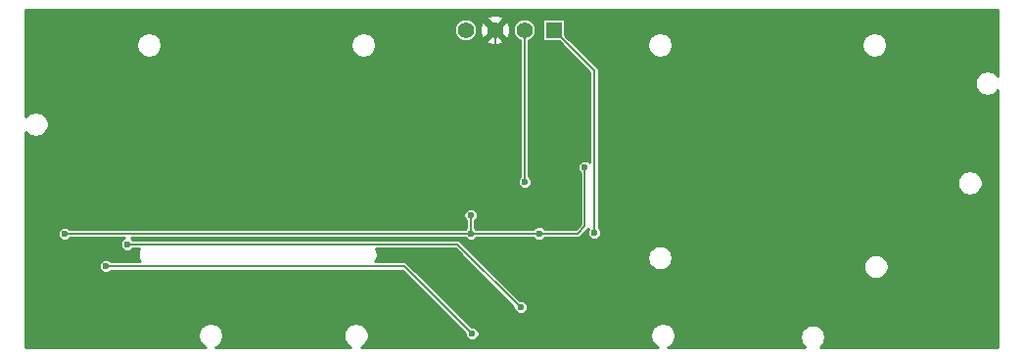
<source format=gbl>
G04 (created by PCBNEW (22-Jun-2014 BZR 4027)-stable) date Thu 28 Jun 2018 06:15:12 PM CST*
%MOIN*%
G04 Gerber Fmt 3.4, Leading zero omitted, Abs format*
%FSLAX34Y34*%
G01*
G70*
G90*
G04 APERTURE LIST*
%ADD10C,0.00393701*%
%ADD11R,0.055X0.055*%
%ADD12C,0.055*%
%ADD13C,0.023622*%
%ADD14C,0.00708661*%
%ADD15C,0.01*%
G04 APERTURE END LIST*
G54D10*
G54D11*
X132480Y-93234D03*
G54D12*
X131480Y-93234D03*
X130480Y-93234D03*
X129480Y-93234D03*
G54D13*
X133546Y-97926D03*
X129652Y-99546D03*
X115834Y-100174D03*
X129652Y-100176D03*
X131980Y-100168D03*
X129710Y-103594D03*
X117234Y-101282D03*
X115862Y-103694D03*
X114932Y-100576D03*
X127742Y-103694D03*
X134280Y-103690D03*
X146272Y-103694D03*
X146290Y-101248D03*
X144034Y-96926D03*
X144026Y-100788D03*
X144030Y-94110D03*
X121876Y-96204D03*
X125364Y-96212D03*
X130516Y-96210D03*
X133860Y-100156D03*
X131488Y-98408D03*
X131352Y-102689D03*
X117976Y-100534D03*
G54D14*
X131980Y-100168D02*
X133294Y-100168D01*
X133546Y-99916D02*
X133546Y-97926D01*
X133294Y-100168D02*
X133546Y-99916D01*
X129652Y-99546D02*
X129652Y-100176D01*
X129660Y-100168D02*
X115840Y-100168D01*
X115840Y-100168D02*
X115834Y-100174D01*
X129660Y-100168D02*
X129660Y-100168D01*
X129660Y-100168D02*
X131980Y-100168D01*
X129652Y-100176D02*
X129660Y-100168D01*
X117234Y-101282D02*
X127398Y-101282D01*
X127398Y-101282D02*
X129710Y-103594D01*
X114932Y-100576D02*
X114932Y-102764D01*
X114932Y-102764D02*
X115862Y-103694D01*
X134280Y-103690D02*
X133986Y-103984D01*
X128032Y-103984D02*
X133986Y-103984D01*
X128032Y-103984D02*
X127742Y-103694D01*
X146290Y-101248D02*
X146290Y-103676D01*
X146290Y-103676D02*
X146272Y-103694D01*
X144034Y-96926D02*
X144030Y-96926D01*
X144030Y-96926D02*
X144034Y-96926D01*
X144034Y-96926D02*
X144030Y-96926D01*
X144030Y-94110D02*
X144030Y-96926D01*
X144030Y-96926D02*
X144030Y-100784D01*
X144030Y-100784D02*
X144026Y-100788D01*
X125364Y-96212D02*
X121884Y-96212D01*
X121884Y-96212D02*
X121876Y-96204D01*
X130516Y-96210D02*
X125366Y-96210D01*
X125366Y-96210D02*
X125364Y-96212D01*
X130480Y-96174D02*
X130480Y-93234D01*
X130516Y-96210D02*
X130480Y-96174D01*
X133870Y-94624D02*
X132480Y-93234D01*
X133870Y-100146D02*
X133870Y-94624D01*
X133860Y-100156D02*
X133870Y-100146D01*
X131480Y-98400D02*
X131480Y-93234D01*
X131488Y-98408D02*
X131480Y-98400D01*
X129196Y-100534D02*
X117976Y-100534D01*
X129196Y-100534D02*
X131352Y-102689D01*
G54D10*
G36*
X147609Y-104043D02*
X147080Y-104043D01*
X147080Y-98479D01*
X147080Y-98450D01*
X147080Y-98420D01*
X147080Y-98420D01*
X147080Y-98420D01*
X147080Y-98420D01*
X147058Y-98312D01*
X147058Y-98312D01*
X147036Y-98258D01*
X146974Y-98166D01*
X146933Y-98124D01*
X146932Y-98124D01*
X146842Y-98063D01*
X146841Y-98063D01*
X146787Y-98041D01*
X146679Y-98019D01*
X146620Y-98019D01*
X146620Y-98019D01*
X146512Y-98041D01*
X146512Y-98041D01*
X146458Y-98063D01*
X146366Y-98125D01*
X146324Y-98166D01*
X146324Y-98167D01*
X146263Y-98257D01*
X146263Y-98258D01*
X146241Y-98312D01*
X146219Y-98420D01*
X146219Y-98450D01*
X146219Y-98479D01*
X146241Y-98587D01*
X146263Y-98641D01*
X146263Y-98642D01*
X146324Y-98732D01*
X146324Y-98733D01*
X146366Y-98774D01*
X146458Y-98836D01*
X146512Y-98858D01*
X146512Y-98858D01*
X146620Y-98880D01*
X146620Y-98880D01*
X146679Y-98880D01*
X146787Y-98858D01*
X146841Y-98836D01*
X146842Y-98836D01*
X146932Y-98775D01*
X146933Y-98775D01*
X146974Y-98733D01*
X147036Y-98641D01*
X147058Y-98587D01*
X147058Y-98587D01*
X147080Y-98479D01*
X147080Y-98479D01*
X147080Y-98479D01*
X147080Y-98479D01*
X147080Y-104043D01*
X143880Y-104043D01*
X143880Y-101329D01*
X143880Y-101300D01*
X143880Y-101270D01*
X143880Y-101270D01*
X143880Y-101270D01*
X143880Y-101270D01*
X143858Y-101162D01*
X143858Y-101162D01*
X143836Y-101108D01*
X143830Y-101098D01*
X143830Y-93779D01*
X143830Y-93750D01*
X143830Y-93720D01*
X143830Y-93720D01*
X143830Y-93720D01*
X143830Y-93720D01*
X143808Y-93612D01*
X143808Y-93612D01*
X143786Y-93558D01*
X143724Y-93466D01*
X143683Y-93424D01*
X143682Y-93424D01*
X143592Y-93363D01*
X143591Y-93363D01*
X143537Y-93341D01*
X143429Y-93319D01*
X143370Y-93319D01*
X143370Y-93319D01*
X143262Y-93341D01*
X143262Y-93341D01*
X143208Y-93363D01*
X143116Y-93425D01*
X143074Y-93466D01*
X143074Y-93467D01*
X143013Y-93557D01*
X143013Y-93558D01*
X142991Y-93612D01*
X142969Y-93720D01*
X142969Y-93750D01*
X142969Y-93779D01*
X142991Y-93887D01*
X143013Y-93941D01*
X143013Y-93942D01*
X143074Y-94032D01*
X143074Y-94033D01*
X143116Y-94074D01*
X143208Y-94136D01*
X143262Y-94158D01*
X143262Y-94158D01*
X143370Y-94180D01*
X143370Y-94180D01*
X143429Y-94180D01*
X143537Y-94158D01*
X143591Y-94136D01*
X143592Y-94136D01*
X143682Y-94075D01*
X143683Y-94075D01*
X143724Y-94033D01*
X143786Y-93941D01*
X143808Y-93887D01*
X143808Y-93887D01*
X143830Y-93779D01*
X143830Y-93779D01*
X143830Y-93779D01*
X143830Y-93779D01*
X143830Y-101098D01*
X143774Y-101016D01*
X143733Y-100974D01*
X143732Y-100974D01*
X143642Y-100913D01*
X143641Y-100913D01*
X143587Y-100891D01*
X143479Y-100869D01*
X143420Y-100869D01*
X143420Y-100869D01*
X143312Y-100891D01*
X143312Y-100891D01*
X143258Y-100913D01*
X143166Y-100975D01*
X143124Y-101016D01*
X143124Y-101017D01*
X143063Y-101107D01*
X143063Y-101108D01*
X143041Y-101162D01*
X143019Y-101270D01*
X143019Y-101300D01*
X143019Y-101329D01*
X143041Y-101437D01*
X143063Y-101491D01*
X143063Y-101492D01*
X143124Y-101582D01*
X143124Y-101583D01*
X143166Y-101624D01*
X143258Y-101686D01*
X143312Y-101708D01*
X143312Y-101708D01*
X143420Y-101730D01*
X143420Y-101730D01*
X143479Y-101730D01*
X143587Y-101708D01*
X143641Y-101686D01*
X143642Y-101686D01*
X143732Y-101625D01*
X143733Y-101625D01*
X143774Y-101583D01*
X143836Y-101491D01*
X143858Y-101437D01*
X143858Y-101437D01*
X143880Y-101329D01*
X143880Y-101329D01*
X143880Y-101329D01*
X143880Y-101329D01*
X143880Y-104043D01*
X141555Y-104043D01*
X141582Y-104025D01*
X141583Y-104025D01*
X141624Y-103983D01*
X141686Y-103891D01*
X141708Y-103837D01*
X141708Y-103837D01*
X141730Y-103729D01*
X141730Y-103729D01*
X141730Y-103729D01*
X141730Y-103729D01*
X141730Y-103700D01*
X141730Y-103670D01*
X141730Y-103670D01*
X141730Y-103670D01*
X141730Y-103670D01*
X141708Y-103562D01*
X141708Y-103562D01*
X141686Y-103508D01*
X141624Y-103416D01*
X141583Y-103374D01*
X141582Y-103374D01*
X141492Y-103313D01*
X141491Y-103313D01*
X141437Y-103291D01*
X141329Y-103269D01*
X141270Y-103269D01*
X141270Y-103269D01*
X141162Y-103291D01*
X141162Y-103291D01*
X141108Y-103313D01*
X141016Y-103375D01*
X140974Y-103416D01*
X140974Y-103417D01*
X140913Y-103507D01*
X140913Y-103508D01*
X140891Y-103562D01*
X140869Y-103670D01*
X140869Y-103700D01*
X140869Y-103729D01*
X140891Y-103837D01*
X140913Y-103891D01*
X140913Y-103892D01*
X140974Y-103982D01*
X140974Y-103983D01*
X141016Y-104024D01*
X141044Y-104043D01*
X136374Y-104043D01*
X136391Y-104036D01*
X136392Y-104036D01*
X136482Y-103975D01*
X136483Y-103975D01*
X136524Y-103933D01*
X136586Y-103841D01*
X136608Y-103787D01*
X136608Y-103787D01*
X136630Y-103679D01*
X136630Y-103679D01*
X136630Y-103679D01*
X136630Y-103679D01*
X136630Y-103650D01*
X136630Y-103620D01*
X136630Y-103620D01*
X136630Y-103620D01*
X136630Y-103620D01*
X136608Y-103512D01*
X136608Y-103512D01*
X136586Y-103458D01*
X136530Y-103374D01*
X136530Y-101029D01*
X136530Y-101000D01*
X136530Y-100970D01*
X136530Y-93779D01*
X136530Y-93750D01*
X136530Y-93720D01*
X136530Y-93720D01*
X136530Y-93720D01*
X136530Y-93720D01*
X136508Y-93612D01*
X136508Y-93612D01*
X136486Y-93558D01*
X136424Y-93466D01*
X136383Y-93424D01*
X136382Y-93424D01*
X136292Y-93363D01*
X136291Y-93363D01*
X136237Y-93341D01*
X136129Y-93319D01*
X136070Y-93319D01*
X136070Y-93319D01*
X135962Y-93341D01*
X135962Y-93341D01*
X135908Y-93363D01*
X135816Y-93425D01*
X135774Y-93466D01*
X135774Y-93467D01*
X135713Y-93557D01*
X135713Y-93558D01*
X135691Y-93612D01*
X135669Y-93720D01*
X135669Y-93750D01*
X135669Y-93779D01*
X135691Y-93887D01*
X135713Y-93941D01*
X135713Y-93942D01*
X135774Y-94032D01*
X135774Y-94033D01*
X135816Y-94074D01*
X135908Y-94136D01*
X135962Y-94158D01*
X135962Y-94158D01*
X136070Y-94180D01*
X136070Y-94180D01*
X136129Y-94180D01*
X136237Y-94158D01*
X136291Y-94136D01*
X136292Y-94136D01*
X136382Y-94075D01*
X136383Y-94075D01*
X136424Y-94033D01*
X136486Y-93941D01*
X136508Y-93887D01*
X136508Y-93887D01*
X136530Y-93779D01*
X136530Y-93779D01*
X136530Y-93779D01*
X136530Y-93779D01*
X136530Y-100970D01*
X136530Y-100970D01*
X136530Y-100970D01*
X136530Y-100970D01*
X136508Y-100862D01*
X136508Y-100862D01*
X136486Y-100808D01*
X136424Y-100716D01*
X136383Y-100674D01*
X136382Y-100674D01*
X136292Y-100613D01*
X136291Y-100613D01*
X136237Y-100591D01*
X136129Y-100569D01*
X136070Y-100569D01*
X136070Y-100569D01*
X135962Y-100591D01*
X135962Y-100591D01*
X135908Y-100613D01*
X135816Y-100675D01*
X135774Y-100716D01*
X135774Y-100717D01*
X135713Y-100807D01*
X135713Y-100808D01*
X135691Y-100862D01*
X135669Y-100970D01*
X135669Y-101000D01*
X135669Y-101029D01*
X135691Y-101137D01*
X135713Y-101191D01*
X135713Y-101192D01*
X135774Y-101282D01*
X135774Y-101283D01*
X135816Y-101324D01*
X135908Y-101386D01*
X135962Y-101408D01*
X135962Y-101408D01*
X136070Y-101430D01*
X136070Y-101430D01*
X136129Y-101430D01*
X136237Y-101408D01*
X136291Y-101386D01*
X136292Y-101386D01*
X136382Y-101325D01*
X136383Y-101325D01*
X136424Y-101283D01*
X136486Y-101191D01*
X136508Y-101137D01*
X136508Y-101137D01*
X136530Y-101029D01*
X136530Y-101029D01*
X136530Y-101029D01*
X136530Y-101029D01*
X136530Y-103374D01*
X136524Y-103366D01*
X136483Y-103324D01*
X136482Y-103324D01*
X136392Y-103263D01*
X136391Y-103263D01*
X136337Y-103241D01*
X136229Y-103219D01*
X136170Y-103219D01*
X136170Y-103219D01*
X136062Y-103241D01*
X136062Y-103241D01*
X136008Y-103263D01*
X135916Y-103325D01*
X135874Y-103366D01*
X135874Y-103367D01*
X135813Y-103457D01*
X135813Y-103458D01*
X135791Y-103512D01*
X135769Y-103620D01*
X135769Y-103650D01*
X135769Y-103679D01*
X135791Y-103787D01*
X135813Y-103841D01*
X135813Y-103842D01*
X135874Y-103932D01*
X135874Y-103933D01*
X135916Y-103974D01*
X136008Y-104036D01*
X136025Y-104043D01*
X134099Y-104043D01*
X134099Y-100108D01*
X134062Y-100020D01*
X134026Y-99984D01*
X134026Y-94624D01*
X134016Y-94574D01*
X134014Y-94564D01*
X134014Y-94564D01*
X133980Y-94513D01*
X133980Y-94513D01*
X132875Y-93408D01*
X132875Y-92935D01*
X132857Y-92890D01*
X132823Y-92856D01*
X132779Y-92838D01*
X132731Y-92838D01*
X132181Y-92838D01*
X132136Y-92856D01*
X132102Y-92890D01*
X132084Y-92934D01*
X132084Y-92982D01*
X132084Y-93532D01*
X132102Y-93577D01*
X132136Y-93611D01*
X132180Y-93629D01*
X132228Y-93629D01*
X132654Y-93629D01*
X133713Y-94688D01*
X133713Y-97755D01*
X133681Y-97723D01*
X133593Y-97687D01*
X133498Y-97686D01*
X133410Y-97723D01*
X133343Y-97790D01*
X133307Y-97878D01*
X133306Y-97973D01*
X133343Y-98061D01*
X133389Y-98107D01*
X133389Y-99851D01*
X133229Y-100011D01*
X132161Y-100011D01*
X132115Y-99965D01*
X132027Y-99929D01*
X131932Y-99928D01*
X131875Y-99952D01*
X131875Y-93155D01*
X131815Y-93010D01*
X131704Y-92898D01*
X131559Y-92838D01*
X131401Y-92838D01*
X131256Y-92898D01*
X131144Y-93009D01*
X131084Y-93154D01*
X131084Y-93312D01*
X131144Y-93457D01*
X131255Y-93569D01*
X131323Y-93597D01*
X131323Y-98234D01*
X131285Y-98272D01*
X131249Y-98360D01*
X131248Y-98455D01*
X131285Y-98543D01*
X131352Y-98610D01*
X131440Y-98646D01*
X131535Y-98647D01*
X131623Y-98610D01*
X131690Y-98543D01*
X131726Y-98455D01*
X131727Y-98360D01*
X131690Y-98272D01*
X131636Y-98218D01*
X131636Y-93597D01*
X131703Y-93569D01*
X131815Y-93458D01*
X131875Y-93313D01*
X131875Y-93155D01*
X131875Y-99952D01*
X131844Y-99965D01*
X131798Y-100011D01*
X131009Y-100011D01*
X131009Y-93309D01*
X130998Y-93101D01*
X130940Y-92961D01*
X130847Y-92936D01*
X130777Y-93007D01*
X130777Y-92866D01*
X130752Y-92773D01*
X130555Y-92704D01*
X130347Y-92715D01*
X130207Y-92773D01*
X130182Y-92866D01*
X130480Y-93163D01*
X130777Y-92866D01*
X130777Y-93007D01*
X130550Y-93234D01*
X130847Y-93531D01*
X130940Y-93506D01*
X131009Y-93309D01*
X131009Y-100011D01*
X130777Y-100011D01*
X130777Y-93601D01*
X130480Y-93304D01*
X130409Y-93375D01*
X130409Y-93234D01*
X130112Y-92936D01*
X130019Y-92961D01*
X129950Y-93158D01*
X129961Y-93366D01*
X130019Y-93506D01*
X130112Y-93531D01*
X130409Y-93234D01*
X130409Y-93375D01*
X130182Y-93601D01*
X130207Y-93694D01*
X130404Y-93763D01*
X130612Y-93752D01*
X130752Y-93694D01*
X130777Y-93601D01*
X130777Y-100011D01*
X129825Y-100011D01*
X129808Y-99994D01*
X129808Y-99727D01*
X129854Y-99681D01*
X129890Y-99593D01*
X129891Y-99498D01*
X129875Y-99462D01*
X129875Y-93155D01*
X129815Y-93010D01*
X129704Y-92898D01*
X129559Y-92838D01*
X129401Y-92838D01*
X129256Y-92898D01*
X129144Y-93009D01*
X129084Y-93154D01*
X129084Y-93312D01*
X129144Y-93457D01*
X129255Y-93569D01*
X129400Y-93629D01*
X129558Y-93629D01*
X129703Y-93569D01*
X129815Y-93458D01*
X129875Y-93313D01*
X129875Y-93155D01*
X129875Y-99462D01*
X129854Y-99410D01*
X129787Y-99343D01*
X129699Y-99307D01*
X129604Y-99306D01*
X129516Y-99343D01*
X129449Y-99410D01*
X129413Y-99498D01*
X129412Y-99593D01*
X129449Y-99681D01*
X129495Y-99727D01*
X129495Y-99994D01*
X129478Y-100011D01*
X126430Y-100011D01*
X126430Y-93779D01*
X126430Y-93750D01*
X126430Y-93720D01*
X126430Y-93720D01*
X126430Y-93720D01*
X126430Y-93720D01*
X126408Y-93612D01*
X126408Y-93612D01*
X126386Y-93558D01*
X126324Y-93466D01*
X126283Y-93424D01*
X126282Y-93424D01*
X126192Y-93363D01*
X126191Y-93363D01*
X126137Y-93341D01*
X126029Y-93319D01*
X125970Y-93319D01*
X125970Y-93319D01*
X125862Y-93341D01*
X125862Y-93341D01*
X125808Y-93363D01*
X125716Y-93425D01*
X125674Y-93466D01*
X125674Y-93467D01*
X125613Y-93557D01*
X125613Y-93558D01*
X125591Y-93612D01*
X125569Y-93720D01*
X125569Y-93750D01*
X125569Y-93779D01*
X125591Y-93887D01*
X125613Y-93941D01*
X125613Y-93942D01*
X125674Y-94032D01*
X125674Y-94033D01*
X125716Y-94074D01*
X125808Y-94136D01*
X125862Y-94158D01*
X125862Y-94158D01*
X125970Y-94180D01*
X125970Y-94180D01*
X126029Y-94180D01*
X126137Y-94158D01*
X126191Y-94136D01*
X126192Y-94136D01*
X126282Y-94075D01*
X126283Y-94075D01*
X126324Y-94033D01*
X126386Y-93941D01*
X126408Y-93887D01*
X126408Y-93887D01*
X126430Y-93779D01*
X126430Y-93779D01*
X126430Y-93779D01*
X126430Y-93779D01*
X126430Y-100011D01*
X119130Y-100011D01*
X119130Y-93779D01*
X119130Y-93750D01*
X119130Y-93720D01*
X119130Y-93720D01*
X119130Y-93720D01*
X119130Y-93720D01*
X119108Y-93612D01*
X119108Y-93612D01*
X119086Y-93558D01*
X119024Y-93466D01*
X118983Y-93424D01*
X118982Y-93424D01*
X118892Y-93363D01*
X118891Y-93363D01*
X118837Y-93341D01*
X118729Y-93319D01*
X118670Y-93319D01*
X118670Y-93319D01*
X118562Y-93341D01*
X118562Y-93341D01*
X118508Y-93363D01*
X118416Y-93425D01*
X118374Y-93466D01*
X118374Y-93467D01*
X118313Y-93557D01*
X118313Y-93558D01*
X118291Y-93612D01*
X118269Y-93720D01*
X118269Y-93750D01*
X118269Y-93779D01*
X118291Y-93887D01*
X118313Y-93941D01*
X118313Y-93942D01*
X118374Y-94032D01*
X118374Y-94033D01*
X118416Y-94074D01*
X118508Y-94136D01*
X118562Y-94158D01*
X118562Y-94158D01*
X118670Y-94180D01*
X118670Y-94180D01*
X118729Y-94180D01*
X118837Y-94158D01*
X118891Y-94136D01*
X118892Y-94136D01*
X118982Y-94075D01*
X118983Y-94075D01*
X119024Y-94033D01*
X119086Y-93941D01*
X119108Y-93887D01*
X119108Y-93887D01*
X119130Y-93779D01*
X119130Y-93779D01*
X119130Y-93779D01*
X119130Y-93779D01*
X119130Y-100011D01*
X116009Y-100011D01*
X115969Y-99971D01*
X115881Y-99935D01*
X115786Y-99934D01*
X115698Y-99971D01*
X115631Y-100038D01*
X115595Y-100126D01*
X115594Y-100221D01*
X115631Y-100309D01*
X115698Y-100376D01*
X115786Y-100412D01*
X115881Y-100413D01*
X115969Y-100376D01*
X116021Y-100324D01*
X117857Y-100324D01*
X117840Y-100331D01*
X117773Y-100398D01*
X117737Y-100486D01*
X117736Y-100581D01*
X117773Y-100669D01*
X117840Y-100736D01*
X117928Y-100772D01*
X118023Y-100773D01*
X118111Y-100736D01*
X118157Y-100690D01*
X118375Y-100690D01*
X118363Y-100707D01*
X118363Y-100708D01*
X118341Y-100762D01*
X118319Y-100870D01*
X118319Y-100900D01*
X118319Y-100929D01*
X118341Y-101037D01*
X118363Y-101091D01*
X118363Y-101092D01*
X118386Y-101125D01*
X117415Y-101125D01*
X117369Y-101079D01*
X117281Y-101043D01*
X117186Y-101042D01*
X117098Y-101079D01*
X117031Y-101146D01*
X116995Y-101234D01*
X116994Y-101329D01*
X117031Y-101417D01*
X117098Y-101484D01*
X117186Y-101520D01*
X117281Y-101521D01*
X117369Y-101484D01*
X117415Y-101438D01*
X127333Y-101438D01*
X129471Y-103576D01*
X129470Y-103641D01*
X129507Y-103729D01*
X129574Y-103796D01*
X129662Y-103832D01*
X129757Y-103833D01*
X129845Y-103796D01*
X129912Y-103729D01*
X129948Y-103641D01*
X129949Y-103546D01*
X129912Y-103458D01*
X129845Y-103391D01*
X129757Y-103355D01*
X129692Y-103355D01*
X127508Y-101171D01*
X127457Y-101137D01*
X127398Y-101125D01*
X126413Y-101125D01*
X126436Y-101091D01*
X126458Y-101037D01*
X126458Y-101037D01*
X126480Y-100929D01*
X126480Y-100929D01*
X126480Y-100929D01*
X126480Y-100929D01*
X126480Y-100900D01*
X126480Y-100870D01*
X126480Y-100870D01*
X126480Y-100870D01*
X126480Y-100870D01*
X126458Y-100762D01*
X126458Y-100762D01*
X126436Y-100708D01*
X126424Y-100690D01*
X129131Y-100690D01*
X131113Y-102671D01*
X131113Y-102737D01*
X131149Y-102825D01*
X131216Y-102892D01*
X131304Y-102928D01*
X131399Y-102928D01*
X131487Y-102892D01*
X131554Y-102825D01*
X131591Y-102737D01*
X131591Y-102642D01*
X131554Y-102554D01*
X131487Y-102487D01*
X131399Y-102450D01*
X131334Y-102450D01*
X129306Y-100423D01*
X129256Y-100389D01*
X129196Y-100377D01*
X118157Y-100377D01*
X118111Y-100331D01*
X118094Y-100324D01*
X129462Y-100324D01*
X129516Y-100378D01*
X129604Y-100414D01*
X129699Y-100415D01*
X129787Y-100378D01*
X129841Y-100324D01*
X131798Y-100324D01*
X131844Y-100370D01*
X131932Y-100406D01*
X132027Y-100407D01*
X132115Y-100370D01*
X132161Y-100324D01*
X133294Y-100324D01*
X133294Y-100324D01*
X133353Y-100312D01*
X133404Y-100278D01*
X133653Y-100029D01*
X133621Y-100108D01*
X133620Y-100203D01*
X133657Y-100291D01*
X133724Y-100358D01*
X133812Y-100394D01*
X133907Y-100395D01*
X133995Y-100358D01*
X134062Y-100291D01*
X134098Y-100203D01*
X134099Y-100108D01*
X134099Y-104043D01*
X125924Y-104043D01*
X125941Y-104036D01*
X125942Y-104036D01*
X126032Y-103975D01*
X126033Y-103975D01*
X126074Y-103933D01*
X126136Y-103841D01*
X126158Y-103787D01*
X126158Y-103787D01*
X126180Y-103679D01*
X126180Y-103679D01*
X126180Y-103679D01*
X126180Y-103679D01*
X126180Y-103650D01*
X126180Y-103620D01*
X126180Y-103620D01*
X126180Y-103620D01*
X126180Y-103620D01*
X126158Y-103512D01*
X126158Y-103512D01*
X126136Y-103458D01*
X126074Y-103366D01*
X126033Y-103324D01*
X126032Y-103324D01*
X125942Y-103263D01*
X125941Y-103263D01*
X125887Y-103241D01*
X125779Y-103219D01*
X125720Y-103219D01*
X125720Y-103219D01*
X125612Y-103241D01*
X125612Y-103241D01*
X125558Y-103263D01*
X125466Y-103325D01*
X125424Y-103366D01*
X125424Y-103367D01*
X125363Y-103457D01*
X125363Y-103458D01*
X125341Y-103512D01*
X125319Y-103620D01*
X125319Y-103650D01*
X125319Y-103679D01*
X125341Y-103787D01*
X125363Y-103841D01*
X125363Y-103842D01*
X125424Y-103932D01*
X125424Y-103933D01*
X125466Y-103974D01*
X125558Y-104036D01*
X125575Y-104043D01*
X120974Y-104043D01*
X120991Y-104036D01*
X120992Y-104036D01*
X121082Y-103975D01*
X121083Y-103975D01*
X121124Y-103933D01*
X121186Y-103841D01*
X121208Y-103787D01*
X121208Y-103787D01*
X121230Y-103679D01*
X121230Y-103679D01*
X121230Y-103679D01*
X121230Y-103679D01*
X121230Y-103650D01*
X121230Y-103620D01*
X121230Y-103620D01*
X121230Y-103620D01*
X121230Y-103620D01*
X121208Y-103512D01*
X121208Y-103512D01*
X121186Y-103458D01*
X121124Y-103366D01*
X121083Y-103324D01*
X121082Y-103324D01*
X120992Y-103263D01*
X120991Y-103263D01*
X120937Y-103241D01*
X120829Y-103219D01*
X120770Y-103219D01*
X120770Y-103219D01*
X120662Y-103241D01*
X120662Y-103241D01*
X120608Y-103263D01*
X120516Y-103325D01*
X120474Y-103366D01*
X120474Y-103367D01*
X120413Y-103457D01*
X120413Y-103458D01*
X120391Y-103512D01*
X120369Y-103620D01*
X120369Y-103650D01*
X120369Y-103679D01*
X120391Y-103787D01*
X120413Y-103841D01*
X120413Y-103842D01*
X120474Y-103932D01*
X120474Y-103933D01*
X120516Y-103974D01*
X120608Y-104036D01*
X120625Y-104043D01*
X114510Y-104043D01*
X114510Y-96711D01*
X114524Y-96732D01*
X114524Y-96733D01*
X114566Y-96774D01*
X114658Y-96836D01*
X114712Y-96858D01*
X114712Y-96858D01*
X114820Y-96880D01*
X114820Y-96880D01*
X114879Y-96880D01*
X114987Y-96858D01*
X115041Y-96836D01*
X115042Y-96836D01*
X115132Y-96775D01*
X115133Y-96775D01*
X115174Y-96733D01*
X115236Y-96641D01*
X115258Y-96587D01*
X115258Y-96587D01*
X115280Y-96479D01*
X115280Y-96479D01*
X115280Y-96479D01*
X115280Y-96479D01*
X115280Y-96450D01*
X115280Y-96420D01*
X115280Y-96420D01*
X115280Y-96420D01*
X115280Y-96420D01*
X115258Y-96312D01*
X115258Y-96312D01*
X115236Y-96258D01*
X115174Y-96166D01*
X115133Y-96124D01*
X115132Y-96124D01*
X115042Y-96063D01*
X115041Y-96063D01*
X114987Y-96041D01*
X114879Y-96019D01*
X114820Y-96019D01*
X114820Y-96019D01*
X114712Y-96041D01*
X114712Y-96041D01*
X114658Y-96063D01*
X114566Y-96125D01*
X114524Y-96166D01*
X114524Y-96167D01*
X114510Y-96188D01*
X114510Y-92544D01*
X147609Y-92544D01*
X147609Y-94818D01*
X147574Y-94766D01*
X147533Y-94724D01*
X147532Y-94724D01*
X147442Y-94663D01*
X147441Y-94663D01*
X147387Y-94641D01*
X147279Y-94619D01*
X147220Y-94619D01*
X147220Y-94619D01*
X147112Y-94641D01*
X147112Y-94641D01*
X147058Y-94663D01*
X146966Y-94725D01*
X146924Y-94766D01*
X146924Y-94767D01*
X146863Y-94857D01*
X146863Y-94858D01*
X146841Y-94912D01*
X146819Y-95020D01*
X146819Y-95050D01*
X146819Y-95079D01*
X146841Y-95187D01*
X146863Y-95241D01*
X146863Y-95242D01*
X146924Y-95332D01*
X146924Y-95333D01*
X146966Y-95374D01*
X147058Y-95436D01*
X147112Y-95458D01*
X147112Y-95458D01*
X147220Y-95480D01*
X147220Y-95480D01*
X147279Y-95480D01*
X147387Y-95458D01*
X147441Y-95436D01*
X147442Y-95436D01*
X147532Y-95375D01*
X147533Y-95375D01*
X147574Y-95333D01*
X147609Y-95281D01*
X147609Y-104043D01*
X147609Y-104043D01*
G37*
G54D15*
X147609Y-104043D02*
X147080Y-104043D01*
X147080Y-98479D01*
X147080Y-98450D01*
X147080Y-98420D01*
X147080Y-98420D01*
X147080Y-98420D01*
X147080Y-98420D01*
X147058Y-98312D01*
X147058Y-98312D01*
X147036Y-98258D01*
X146974Y-98166D01*
X146933Y-98124D01*
X146932Y-98124D01*
X146842Y-98063D01*
X146841Y-98063D01*
X146787Y-98041D01*
X146679Y-98019D01*
X146620Y-98019D01*
X146620Y-98019D01*
X146512Y-98041D01*
X146512Y-98041D01*
X146458Y-98063D01*
X146366Y-98125D01*
X146324Y-98166D01*
X146324Y-98167D01*
X146263Y-98257D01*
X146263Y-98258D01*
X146241Y-98312D01*
X146219Y-98420D01*
X146219Y-98450D01*
X146219Y-98479D01*
X146241Y-98587D01*
X146263Y-98641D01*
X146263Y-98642D01*
X146324Y-98732D01*
X146324Y-98733D01*
X146366Y-98774D01*
X146458Y-98836D01*
X146512Y-98858D01*
X146512Y-98858D01*
X146620Y-98880D01*
X146620Y-98880D01*
X146679Y-98880D01*
X146787Y-98858D01*
X146841Y-98836D01*
X146842Y-98836D01*
X146932Y-98775D01*
X146933Y-98775D01*
X146974Y-98733D01*
X147036Y-98641D01*
X147058Y-98587D01*
X147058Y-98587D01*
X147080Y-98479D01*
X147080Y-98479D01*
X147080Y-98479D01*
X147080Y-98479D01*
X147080Y-104043D01*
X143880Y-104043D01*
X143880Y-101329D01*
X143880Y-101300D01*
X143880Y-101270D01*
X143880Y-101270D01*
X143880Y-101270D01*
X143880Y-101270D01*
X143858Y-101162D01*
X143858Y-101162D01*
X143836Y-101108D01*
X143830Y-101098D01*
X143830Y-93779D01*
X143830Y-93750D01*
X143830Y-93720D01*
X143830Y-93720D01*
X143830Y-93720D01*
X143830Y-93720D01*
X143808Y-93612D01*
X143808Y-93612D01*
X143786Y-93558D01*
X143724Y-93466D01*
X143683Y-93424D01*
X143682Y-93424D01*
X143592Y-93363D01*
X143591Y-93363D01*
X143537Y-93341D01*
X143429Y-93319D01*
X143370Y-93319D01*
X143370Y-93319D01*
X143262Y-93341D01*
X143262Y-93341D01*
X143208Y-93363D01*
X143116Y-93425D01*
X143074Y-93466D01*
X143074Y-93467D01*
X143013Y-93557D01*
X143013Y-93558D01*
X142991Y-93612D01*
X142969Y-93720D01*
X142969Y-93750D01*
X142969Y-93779D01*
X142991Y-93887D01*
X143013Y-93941D01*
X143013Y-93942D01*
X143074Y-94032D01*
X143074Y-94033D01*
X143116Y-94074D01*
X143208Y-94136D01*
X143262Y-94158D01*
X143262Y-94158D01*
X143370Y-94180D01*
X143370Y-94180D01*
X143429Y-94180D01*
X143537Y-94158D01*
X143591Y-94136D01*
X143592Y-94136D01*
X143682Y-94075D01*
X143683Y-94075D01*
X143724Y-94033D01*
X143786Y-93941D01*
X143808Y-93887D01*
X143808Y-93887D01*
X143830Y-93779D01*
X143830Y-93779D01*
X143830Y-93779D01*
X143830Y-93779D01*
X143830Y-101098D01*
X143774Y-101016D01*
X143733Y-100974D01*
X143732Y-100974D01*
X143642Y-100913D01*
X143641Y-100913D01*
X143587Y-100891D01*
X143479Y-100869D01*
X143420Y-100869D01*
X143420Y-100869D01*
X143312Y-100891D01*
X143312Y-100891D01*
X143258Y-100913D01*
X143166Y-100975D01*
X143124Y-101016D01*
X143124Y-101017D01*
X143063Y-101107D01*
X143063Y-101108D01*
X143041Y-101162D01*
X143019Y-101270D01*
X143019Y-101300D01*
X143019Y-101329D01*
X143041Y-101437D01*
X143063Y-101491D01*
X143063Y-101492D01*
X143124Y-101582D01*
X143124Y-101583D01*
X143166Y-101624D01*
X143258Y-101686D01*
X143312Y-101708D01*
X143312Y-101708D01*
X143420Y-101730D01*
X143420Y-101730D01*
X143479Y-101730D01*
X143587Y-101708D01*
X143641Y-101686D01*
X143642Y-101686D01*
X143732Y-101625D01*
X143733Y-101625D01*
X143774Y-101583D01*
X143836Y-101491D01*
X143858Y-101437D01*
X143858Y-101437D01*
X143880Y-101329D01*
X143880Y-101329D01*
X143880Y-101329D01*
X143880Y-101329D01*
X143880Y-104043D01*
X141555Y-104043D01*
X141582Y-104025D01*
X141583Y-104025D01*
X141624Y-103983D01*
X141686Y-103891D01*
X141708Y-103837D01*
X141708Y-103837D01*
X141730Y-103729D01*
X141730Y-103729D01*
X141730Y-103729D01*
X141730Y-103729D01*
X141730Y-103700D01*
X141730Y-103670D01*
X141730Y-103670D01*
X141730Y-103670D01*
X141730Y-103670D01*
X141708Y-103562D01*
X141708Y-103562D01*
X141686Y-103508D01*
X141624Y-103416D01*
X141583Y-103374D01*
X141582Y-103374D01*
X141492Y-103313D01*
X141491Y-103313D01*
X141437Y-103291D01*
X141329Y-103269D01*
X141270Y-103269D01*
X141270Y-103269D01*
X141162Y-103291D01*
X141162Y-103291D01*
X141108Y-103313D01*
X141016Y-103375D01*
X140974Y-103416D01*
X140974Y-103417D01*
X140913Y-103507D01*
X140913Y-103508D01*
X140891Y-103562D01*
X140869Y-103670D01*
X140869Y-103700D01*
X140869Y-103729D01*
X140891Y-103837D01*
X140913Y-103891D01*
X140913Y-103892D01*
X140974Y-103982D01*
X140974Y-103983D01*
X141016Y-104024D01*
X141044Y-104043D01*
X136374Y-104043D01*
X136391Y-104036D01*
X136392Y-104036D01*
X136482Y-103975D01*
X136483Y-103975D01*
X136524Y-103933D01*
X136586Y-103841D01*
X136608Y-103787D01*
X136608Y-103787D01*
X136630Y-103679D01*
X136630Y-103679D01*
X136630Y-103679D01*
X136630Y-103679D01*
X136630Y-103650D01*
X136630Y-103620D01*
X136630Y-103620D01*
X136630Y-103620D01*
X136630Y-103620D01*
X136608Y-103512D01*
X136608Y-103512D01*
X136586Y-103458D01*
X136530Y-103374D01*
X136530Y-101029D01*
X136530Y-101000D01*
X136530Y-100970D01*
X136530Y-93779D01*
X136530Y-93750D01*
X136530Y-93720D01*
X136530Y-93720D01*
X136530Y-93720D01*
X136530Y-93720D01*
X136508Y-93612D01*
X136508Y-93612D01*
X136486Y-93558D01*
X136424Y-93466D01*
X136383Y-93424D01*
X136382Y-93424D01*
X136292Y-93363D01*
X136291Y-93363D01*
X136237Y-93341D01*
X136129Y-93319D01*
X136070Y-93319D01*
X136070Y-93319D01*
X135962Y-93341D01*
X135962Y-93341D01*
X135908Y-93363D01*
X135816Y-93425D01*
X135774Y-93466D01*
X135774Y-93467D01*
X135713Y-93557D01*
X135713Y-93558D01*
X135691Y-93612D01*
X135669Y-93720D01*
X135669Y-93750D01*
X135669Y-93779D01*
X135691Y-93887D01*
X135713Y-93941D01*
X135713Y-93942D01*
X135774Y-94032D01*
X135774Y-94033D01*
X135816Y-94074D01*
X135908Y-94136D01*
X135962Y-94158D01*
X135962Y-94158D01*
X136070Y-94180D01*
X136070Y-94180D01*
X136129Y-94180D01*
X136237Y-94158D01*
X136291Y-94136D01*
X136292Y-94136D01*
X136382Y-94075D01*
X136383Y-94075D01*
X136424Y-94033D01*
X136486Y-93941D01*
X136508Y-93887D01*
X136508Y-93887D01*
X136530Y-93779D01*
X136530Y-93779D01*
X136530Y-93779D01*
X136530Y-93779D01*
X136530Y-100970D01*
X136530Y-100970D01*
X136530Y-100970D01*
X136530Y-100970D01*
X136508Y-100862D01*
X136508Y-100862D01*
X136486Y-100808D01*
X136424Y-100716D01*
X136383Y-100674D01*
X136382Y-100674D01*
X136292Y-100613D01*
X136291Y-100613D01*
X136237Y-100591D01*
X136129Y-100569D01*
X136070Y-100569D01*
X136070Y-100569D01*
X135962Y-100591D01*
X135962Y-100591D01*
X135908Y-100613D01*
X135816Y-100675D01*
X135774Y-100716D01*
X135774Y-100717D01*
X135713Y-100807D01*
X135713Y-100808D01*
X135691Y-100862D01*
X135669Y-100970D01*
X135669Y-101000D01*
X135669Y-101029D01*
X135691Y-101137D01*
X135713Y-101191D01*
X135713Y-101192D01*
X135774Y-101282D01*
X135774Y-101283D01*
X135816Y-101324D01*
X135908Y-101386D01*
X135962Y-101408D01*
X135962Y-101408D01*
X136070Y-101430D01*
X136070Y-101430D01*
X136129Y-101430D01*
X136237Y-101408D01*
X136291Y-101386D01*
X136292Y-101386D01*
X136382Y-101325D01*
X136383Y-101325D01*
X136424Y-101283D01*
X136486Y-101191D01*
X136508Y-101137D01*
X136508Y-101137D01*
X136530Y-101029D01*
X136530Y-101029D01*
X136530Y-101029D01*
X136530Y-101029D01*
X136530Y-103374D01*
X136524Y-103366D01*
X136483Y-103324D01*
X136482Y-103324D01*
X136392Y-103263D01*
X136391Y-103263D01*
X136337Y-103241D01*
X136229Y-103219D01*
X136170Y-103219D01*
X136170Y-103219D01*
X136062Y-103241D01*
X136062Y-103241D01*
X136008Y-103263D01*
X135916Y-103325D01*
X135874Y-103366D01*
X135874Y-103367D01*
X135813Y-103457D01*
X135813Y-103458D01*
X135791Y-103512D01*
X135769Y-103620D01*
X135769Y-103650D01*
X135769Y-103679D01*
X135791Y-103787D01*
X135813Y-103841D01*
X135813Y-103842D01*
X135874Y-103932D01*
X135874Y-103933D01*
X135916Y-103974D01*
X136008Y-104036D01*
X136025Y-104043D01*
X134099Y-104043D01*
X134099Y-100108D01*
X134062Y-100020D01*
X134026Y-99984D01*
X134026Y-94624D01*
X134016Y-94574D01*
X134014Y-94564D01*
X134014Y-94564D01*
X133980Y-94513D01*
X133980Y-94513D01*
X132875Y-93408D01*
X132875Y-92935D01*
X132857Y-92890D01*
X132823Y-92856D01*
X132779Y-92838D01*
X132731Y-92838D01*
X132181Y-92838D01*
X132136Y-92856D01*
X132102Y-92890D01*
X132084Y-92934D01*
X132084Y-92982D01*
X132084Y-93532D01*
X132102Y-93577D01*
X132136Y-93611D01*
X132180Y-93629D01*
X132228Y-93629D01*
X132654Y-93629D01*
X133713Y-94688D01*
X133713Y-97755D01*
X133681Y-97723D01*
X133593Y-97687D01*
X133498Y-97686D01*
X133410Y-97723D01*
X133343Y-97790D01*
X133307Y-97878D01*
X133306Y-97973D01*
X133343Y-98061D01*
X133389Y-98107D01*
X133389Y-99851D01*
X133229Y-100011D01*
X132161Y-100011D01*
X132115Y-99965D01*
X132027Y-99929D01*
X131932Y-99928D01*
X131875Y-99952D01*
X131875Y-93155D01*
X131815Y-93010D01*
X131704Y-92898D01*
X131559Y-92838D01*
X131401Y-92838D01*
X131256Y-92898D01*
X131144Y-93009D01*
X131084Y-93154D01*
X131084Y-93312D01*
X131144Y-93457D01*
X131255Y-93569D01*
X131323Y-93597D01*
X131323Y-98234D01*
X131285Y-98272D01*
X131249Y-98360D01*
X131248Y-98455D01*
X131285Y-98543D01*
X131352Y-98610D01*
X131440Y-98646D01*
X131535Y-98647D01*
X131623Y-98610D01*
X131690Y-98543D01*
X131726Y-98455D01*
X131727Y-98360D01*
X131690Y-98272D01*
X131636Y-98218D01*
X131636Y-93597D01*
X131703Y-93569D01*
X131815Y-93458D01*
X131875Y-93313D01*
X131875Y-93155D01*
X131875Y-99952D01*
X131844Y-99965D01*
X131798Y-100011D01*
X131009Y-100011D01*
X131009Y-93309D01*
X130998Y-93101D01*
X130940Y-92961D01*
X130847Y-92936D01*
X130777Y-93007D01*
X130777Y-92866D01*
X130752Y-92773D01*
X130555Y-92704D01*
X130347Y-92715D01*
X130207Y-92773D01*
X130182Y-92866D01*
X130480Y-93163D01*
X130777Y-92866D01*
X130777Y-93007D01*
X130550Y-93234D01*
X130847Y-93531D01*
X130940Y-93506D01*
X131009Y-93309D01*
X131009Y-100011D01*
X130777Y-100011D01*
X130777Y-93601D01*
X130480Y-93304D01*
X130409Y-93375D01*
X130409Y-93234D01*
X130112Y-92936D01*
X130019Y-92961D01*
X129950Y-93158D01*
X129961Y-93366D01*
X130019Y-93506D01*
X130112Y-93531D01*
X130409Y-93234D01*
X130409Y-93375D01*
X130182Y-93601D01*
X130207Y-93694D01*
X130404Y-93763D01*
X130612Y-93752D01*
X130752Y-93694D01*
X130777Y-93601D01*
X130777Y-100011D01*
X129825Y-100011D01*
X129808Y-99994D01*
X129808Y-99727D01*
X129854Y-99681D01*
X129890Y-99593D01*
X129891Y-99498D01*
X129875Y-99462D01*
X129875Y-93155D01*
X129815Y-93010D01*
X129704Y-92898D01*
X129559Y-92838D01*
X129401Y-92838D01*
X129256Y-92898D01*
X129144Y-93009D01*
X129084Y-93154D01*
X129084Y-93312D01*
X129144Y-93457D01*
X129255Y-93569D01*
X129400Y-93629D01*
X129558Y-93629D01*
X129703Y-93569D01*
X129815Y-93458D01*
X129875Y-93313D01*
X129875Y-93155D01*
X129875Y-99462D01*
X129854Y-99410D01*
X129787Y-99343D01*
X129699Y-99307D01*
X129604Y-99306D01*
X129516Y-99343D01*
X129449Y-99410D01*
X129413Y-99498D01*
X129412Y-99593D01*
X129449Y-99681D01*
X129495Y-99727D01*
X129495Y-99994D01*
X129478Y-100011D01*
X126430Y-100011D01*
X126430Y-93779D01*
X126430Y-93750D01*
X126430Y-93720D01*
X126430Y-93720D01*
X126430Y-93720D01*
X126430Y-93720D01*
X126408Y-93612D01*
X126408Y-93612D01*
X126386Y-93558D01*
X126324Y-93466D01*
X126283Y-93424D01*
X126282Y-93424D01*
X126192Y-93363D01*
X126191Y-93363D01*
X126137Y-93341D01*
X126029Y-93319D01*
X125970Y-93319D01*
X125970Y-93319D01*
X125862Y-93341D01*
X125862Y-93341D01*
X125808Y-93363D01*
X125716Y-93425D01*
X125674Y-93466D01*
X125674Y-93467D01*
X125613Y-93557D01*
X125613Y-93558D01*
X125591Y-93612D01*
X125569Y-93720D01*
X125569Y-93750D01*
X125569Y-93779D01*
X125591Y-93887D01*
X125613Y-93941D01*
X125613Y-93942D01*
X125674Y-94032D01*
X125674Y-94033D01*
X125716Y-94074D01*
X125808Y-94136D01*
X125862Y-94158D01*
X125862Y-94158D01*
X125970Y-94180D01*
X125970Y-94180D01*
X126029Y-94180D01*
X126137Y-94158D01*
X126191Y-94136D01*
X126192Y-94136D01*
X126282Y-94075D01*
X126283Y-94075D01*
X126324Y-94033D01*
X126386Y-93941D01*
X126408Y-93887D01*
X126408Y-93887D01*
X126430Y-93779D01*
X126430Y-93779D01*
X126430Y-93779D01*
X126430Y-93779D01*
X126430Y-100011D01*
X119130Y-100011D01*
X119130Y-93779D01*
X119130Y-93750D01*
X119130Y-93720D01*
X119130Y-93720D01*
X119130Y-93720D01*
X119130Y-93720D01*
X119108Y-93612D01*
X119108Y-93612D01*
X119086Y-93558D01*
X119024Y-93466D01*
X118983Y-93424D01*
X118982Y-93424D01*
X118892Y-93363D01*
X118891Y-93363D01*
X118837Y-93341D01*
X118729Y-93319D01*
X118670Y-93319D01*
X118670Y-93319D01*
X118562Y-93341D01*
X118562Y-93341D01*
X118508Y-93363D01*
X118416Y-93425D01*
X118374Y-93466D01*
X118374Y-93467D01*
X118313Y-93557D01*
X118313Y-93558D01*
X118291Y-93612D01*
X118269Y-93720D01*
X118269Y-93750D01*
X118269Y-93779D01*
X118291Y-93887D01*
X118313Y-93941D01*
X118313Y-93942D01*
X118374Y-94032D01*
X118374Y-94033D01*
X118416Y-94074D01*
X118508Y-94136D01*
X118562Y-94158D01*
X118562Y-94158D01*
X118670Y-94180D01*
X118670Y-94180D01*
X118729Y-94180D01*
X118837Y-94158D01*
X118891Y-94136D01*
X118892Y-94136D01*
X118982Y-94075D01*
X118983Y-94075D01*
X119024Y-94033D01*
X119086Y-93941D01*
X119108Y-93887D01*
X119108Y-93887D01*
X119130Y-93779D01*
X119130Y-93779D01*
X119130Y-93779D01*
X119130Y-93779D01*
X119130Y-100011D01*
X116009Y-100011D01*
X115969Y-99971D01*
X115881Y-99935D01*
X115786Y-99934D01*
X115698Y-99971D01*
X115631Y-100038D01*
X115595Y-100126D01*
X115594Y-100221D01*
X115631Y-100309D01*
X115698Y-100376D01*
X115786Y-100412D01*
X115881Y-100413D01*
X115969Y-100376D01*
X116021Y-100324D01*
X117857Y-100324D01*
X117840Y-100331D01*
X117773Y-100398D01*
X117737Y-100486D01*
X117736Y-100581D01*
X117773Y-100669D01*
X117840Y-100736D01*
X117928Y-100772D01*
X118023Y-100773D01*
X118111Y-100736D01*
X118157Y-100690D01*
X118375Y-100690D01*
X118363Y-100707D01*
X118363Y-100708D01*
X118341Y-100762D01*
X118319Y-100870D01*
X118319Y-100900D01*
X118319Y-100929D01*
X118341Y-101037D01*
X118363Y-101091D01*
X118363Y-101092D01*
X118386Y-101125D01*
X117415Y-101125D01*
X117369Y-101079D01*
X117281Y-101043D01*
X117186Y-101042D01*
X117098Y-101079D01*
X117031Y-101146D01*
X116995Y-101234D01*
X116994Y-101329D01*
X117031Y-101417D01*
X117098Y-101484D01*
X117186Y-101520D01*
X117281Y-101521D01*
X117369Y-101484D01*
X117415Y-101438D01*
X127333Y-101438D01*
X129471Y-103576D01*
X129470Y-103641D01*
X129507Y-103729D01*
X129574Y-103796D01*
X129662Y-103832D01*
X129757Y-103833D01*
X129845Y-103796D01*
X129912Y-103729D01*
X129948Y-103641D01*
X129949Y-103546D01*
X129912Y-103458D01*
X129845Y-103391D01*
X129757Y-103355D01*
X129692Y-103355D01*
X127508Y-101171D01*
X127457Y-101137D01*
X127398Y-101125D01*
X126413Y-101125D01*
X126436Y-101091D01*
X126458Y-101037D01*
X126458Y-101037D01*
X126480Y-100929D01*
X126480Y-100929D01*
X126480Y-100929D01*
X126480Y-100929D01*
X126480Y-100900D01*
X126480Y-100870D01*
X126480Y-100870D01*
X126480Y-100870D01*
X126480Y-100870D01*
X126458Y-100762D01*
X126458Y-100762D01*
X126436Y-100708D01*
X126424Y-100690D01*
X129131Y-100690D01*
X131113Y-102671D01*
X131113Y-102737D01*
X131149Y-102825D01*
X131216Y-102892D01*
X131304Y-102928D01*
X131399Y-102928D01*
X131487Y-102892D01*
X131554Y-102825D01*
X131591Y-102737D01*
X131591Y-102642D01*
X131554Y-102554D01*
X131487Y-102487D01*
X131399Y-102450D01*
X131334Y-102450D01*
X129306Y-100423D01*
X129256Y-100389D01*
X129196Y-100377D01*
X118157Y-100377D01*
X118111Y-100331D01*
X118094Y-100324D01*
X129462Y-100324D01*
X129516Y-100378D01*
X129604Y-100414D01*
X129699Y-100415D01*
X129787Y-100378D01*
X129841Y-100324D01*
X131798Y-100324D01*
X131844Y-100370D01*
X131932Y-100406D01*
X132027Y-100407D01*
X132115Y-100370D01*
X132161Y-100324D01*
X133294Y-100324D01*
X133294Y-100324D01*
X133353Y-100312D01*
X133404Y-100278D01*
X133653Y-100029D01*
X133621Y-100108D01*
X133620Y-100203D01*
X133657Y-100291D01*
X133724Y-100358D01*
X133812Y-100394D01*
X133907Y-100395D01*
X133995Y-100358D01*
X134062Y-100291D01*
X134098Y-100203D01*
X134099Y-100108D01*
X134099Y-104043D01*
X125924Y-104043D01*
X125941Y-104036D01*
X125942Y-104036D01*
X126032Y-103975D01*
X126033Y-103975D01*
X126074Y-103933D01*
X126136Y-103841D01*
X126158Y-103787D01*
X126158Y-103787D01*
X126180Y-103679D01*
X126180Y-103679D01*
X126180Y-103679D01*
X126180Y-103679D01*
X126180Y-103650D01*
X126180Y-103620D01*
X126180Y-103620D01*
X126180Y-103620D01*
X126180Y-103620D01*
X126158Y-103512D01*
X126158Y-103512D01*
X126136Y-103458D01*
X126074Y-103366D01*
X126033Y-103324D01*
X126032Y-103324D01*
X125942Y-103263D01*
X125941Y-103263D01*
X125887Y-103241D01*
X125779Y-103219D01*
X125720Y-103219D01*
X125720Y-103219D01*
X125612Y-103241D01*
X125612Y-103241D01*
X125558Y-103263D01*
X125466Y-103325D01*
X125424Y-103366D01*
X125424Y-103367D01*
X125363Y-103457D01*
X125363Y-103458D01*
X125341Y-103512D01*
X125319Y-103620D01*
X125319Y-103650D01*
X125319Y-103679D01*
X125341Y-103787D01*
X125363Y-103841D01*
X125363Y-103842D01*
X125424Y-103932D01*
X125424Y-103933D01*
X125466Y-103974D01*
X125558Y-104036D01*
X125575Y-104043D01*
X120974Y-104043D01*
X120991Y-104036D01*
X120992Y-104036D01*
X121082Y-103975D01*
X121083Y-103975D01*
X121124Y-103933D01*
X121186Y-103841D01*
X121208Y-103787D01*
X121208Y-103787D01*
X121230Y-103679D01*
X121230Y-103679D01*
X121230Y-103679D01*
X121230Y-103679D01*
X121230Y-103650D01*
X121230Y-103620D01*
X121230Y-103620D01*
X121230Y-103620D01*
X121230Y-103620D01*
X121208Y-103512D01*
X121208Y-103512D01*
X121186Y-103458D01*
X121124Y-103366D01*
X121083Y-103324D01*
X121082Y-103324D01*
X120992Y-103263D01*
X120991Y-103263D01*
X120937Y-103241D01*
X120829Y-103219D01*
X120770Y-103219D01*
X120770Y-103219D01*
X120662Y-103241D01*
X120662Y-103241D01*
X120608Y-103263D01*
X120516Y-103325D01*
X120474Y-103366D01*
X120474Y-103367D01*
X120413Y-103457D01*
X120413Y-103458D01*
X120391Y-103512D01*
X120369Y-103620D01*
X120369Y-103650D01*
X120369Y-103679D01*
X120391Y-103787D01*
X120413Y-103841D01*
X120413Y-103842D01*
X120474Y-103932D01*
X120474Y-103933D01*
X120516Y-103974D01*
X120608Y-104036D01*
X120625Y-104043D01*
X114510Y-104043D01*
X114510Y-96711D01*
X114524Y-96732D01*
X114524Y-96733D01*
X114566Y-96774D01*
X114658Y-96836D01*
X114712Y-96858D01*
X114712Y-96858D01*
X114820Y-96880D01*
X114820Y-96880D01*
X114879Y-96880D01*
X114987Y-96858D01*
X115041Y-96836D01*
X115042Y-96836D01*
X115132Y-96775D01*
X115133Y-96775D01*
X115174Y-96733D01*
X115236Y-96641D01*
X115258Y-96587D01*
X115258Y-96587D01*
X115280Y-96479D01*
X115280Y-96479D01*
X115280Y-96479D01*
X115280Y-96479D01*
X115280Y-96450D01*
X115280Y-96420D01*
X115280Y-96420D01*
X115280Y-96420D01*
X115280Y-96420D01*
X115258Y-96312D01*
X115258Y-96312D01*
X115236Y-96258D01*
X115174Y-96166D01*
X115133Y-96124D01*
X115132Y-96124D01*
X115042Y-96063D01*
X115041Y-96063D01*
X114987Y-96041D01*
X114879Y-96019D01*
X114820Y-96019D01*
X114820Y-96019D01*
X114712Y-96041D01*
X114712Y-96041D01*
X114658Y-96063D01*
X114566Y-96125D01*
X114524Y-96166D01*
X114524Y-96167D01*
X114510Y-96188D01*
X114510Y-92544D01*
X147609Y-92544D01*
X147609Y-94818D01*
X147574Y-94766D01*
X147533Y-94724D01*
X147532Y-94724D01*
X147442Y-94663D01*
X147441Y-94663D01*
X147387Y-94641D01*
X147279Y-94619D01*
X147220Y-94619D01*
X147220Y-94619D01*
X147112Y-94641D01*
X147112Y-94641D01*
X147058Y-94663D01*
X146966Y-94725D01*
X146924Y-94766D01*
X146924Y-94767D01*
X146863Y-94857D01*
X146863Y-94858D01*
X146841Y-94912D01*
X146819Y-95020D01*
X146819Y-95050D01*
X146819Y-95079D01*
X146841Y-95187D01*
X146863Y-95241D01*
X146863Y-95242D01*
X146924Y-95332D01*
X146924Y-95333D01*
X146966Y-95374D01*
X147058Y-95436D01*
X147112Y-95458D01*
X147112Y-95458D01*
X147220Y-95480D01*
X147220Y-95480D01*
X147279Y-95480D01*
X147387Y-95458D01*
X147441Y-95436D01*
X147442Y-95436D01*
X147532Y-95375D01*
X147533Y-95375D01*
X147574Y-95333D01*
X147609Y-95281D01*
X147609Y-104043D01*
M02*

</source>
